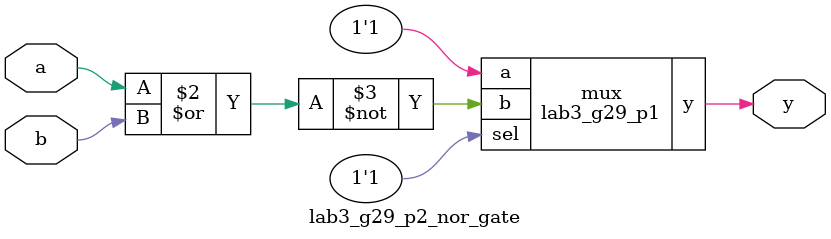
<source format=sv>

	module lab3_g29_p1 (
		 input logic a,
		 input logic b,
		 input logic sel,
		 output logic y
	);
		 logic sel_nand, not_sel_nand, a_sel_nand, b_not_sel_nand;
		 assign not_sel_nand = ~(sel & sel);
		 assign a_sel_nand = ~(a & not_sel_nand);
		 assign b_not_sel_nand = ~(b & sel);
		 assign y = ~(a_sel_nand & b_not_sel_nand);
	endmodule

	// AND kapısı modülü
	module lab3_g29_p2_and_gate (
		 input logic a,
		 input logic b,
		 output logic y
	);
		 lab3_g29_p1 mux (.a(1), .b(a & b), .sel(1), .y(y));
	endmodule

	// OR kapısı modülü
	module lab3_g29_p2_or_gate (
		 input logic a,
		 input logic b,
		 output logic y
	);
		 lab3_g29_p1 mux (.a(a), .b(a | b), .sel(1), .y(y));
	endmodule

	// NAND kapısı modülü
	module lab3_g29_p2_nand_gate (
		 input logic a,
		 input logic b,
		 output logic y
	);
		 lab3_g29_p1 mux (.a(1), .b(~(a & b)), .sel(1), .y(y));
	endmodule

	// NOR kapısı modülü
	module lab3_g29_p2_nor_gate (
		 input logic a,
		 input logic b,
		 output logic y
	);
		 lab3_g29_p1 mux (.a(1), .b(~(a | b)), .sel(1), .y(y));
	endmodule

</source>
